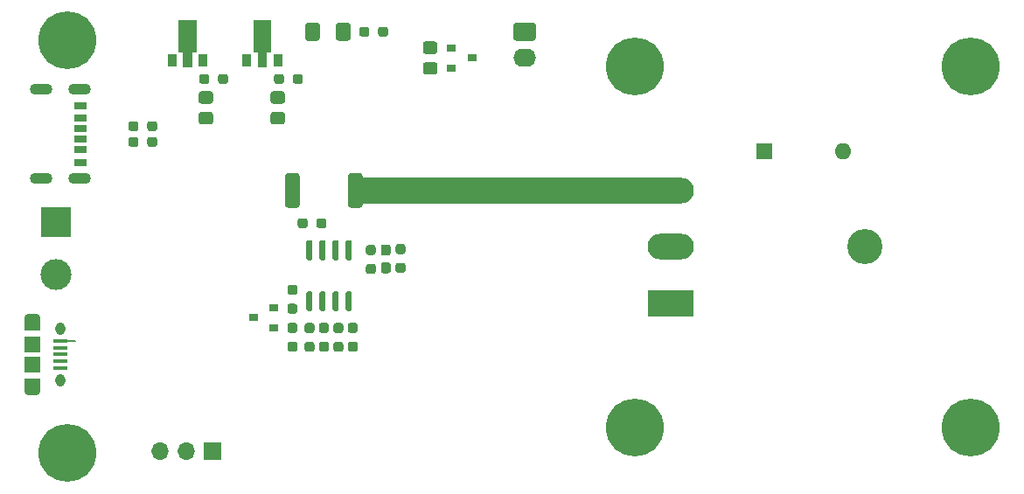
<source format=gbr>
%TF.GenerationSoftware,KiCad,Pcbnew,(5.1.9)-1*%
%TF.CreationDate,2021-04-23T16:32:12+08:00*%
%TF.ProjectId,DC-Load-Analog,44432d4c-6f61-4642-9d41-6e616c6f672e,rev?*%
%TF.SameCoordinates,Original*%
%TF.FileFunction,Soldermask,Top*%
%TF.FilePolarity,Negative*%
%FSLAX46Y46*%
G04 Gerber Fmt 4.6, Leading zero omitted, Abs format (unit mm)*
G04 Created by KiCad (PCBNEW (5.1.9)-1) date 2021-04-23 16:32:12*
%MOMM*%
%LPD*%
G01*
G04 APERTURE LIST*
%ADD10C,2.540000*%
%ADD11C,0.190500*%
%ADD12C,5.600000*%
%ADD13O,4.500000X2.500000*%
%ADD14R,4.500000X2.500000*%
%ADD15O,3.400000X3.400000*%
%ADD16C,0.100000*%
%ADD17R,0.900000X1.300000*%
%ADD18R,0.900000X0.800000*%
%ADD19O,1.600000X1.600000*%
%ADD20R,1.600000X1.600000*%
%ADD21O,1.700000X1.700000*%
%ADD22R,1.700000X1.700000*%
%ADD23C,3.000000*%
%ADD24R,3.000000X3.000000*%
%ADD25O,1.550000X0.890000*%
%ADD26R,1.550000X1.200000*%
%ADD27R,1.550000X1.500000*%
%ADD28O,0.950000X1.250000*%
%ADD29R,1.350000X0.400000*%
%ADD30O,2.200000X1.100000*%
%ADD31R,1.200000X0.700000*%
%ADD32R,1.200000X0.760000*%
%ADD33R,1.200000X0.800000*%
%ADD34O,2.190000X1.740000*%
G04 APERTURE END LIST*
D10*
X182626000Y-74549000D02*
X153670000Y-74549000D01*
D11*
X124333000Y-89128600D02*
X125806200Y-89128600D01*
%TO.C,R6*%
G36*
G01*
X148225500Y-89198000D02*
X148700500Y-89198000D01*
G75*
G02*
X148938000Y-89435500I0J-237500D01*
G01*
X148938000Y-89935500D01*
G75*
G02*
X148700500Y-90173000I-237500J0D01*
G01*
X148225500Y-90173000D01*
G75*
G02*
X147988000Y-89935500I0J237500D01*
G01*
X147988000Y-89435500D01*
G75*
G02*
X148225500Y-89198000I237500J0D01*
G01*
G37*
G36*
G01*
X148225500Y-87373000D02*
X148700500Y-87373000D01*
G75*
G02*
X148938000Y-87610500I0J-237500D01*
G01*
X148938000Y-88110500D01*
G75*
G02*
X148700500Y-88348000I-237500J0D01*
G01*
X148225500Y-88348000D01*
G75*
G02*
X147988000Y-88110500I0J237500D01*
G01*
X147988000Y-87610500D01*
G75*
G02*
X148225500Y-87373000I237500J0D01*
G01*
G37*
%TD*%
%TO.C,R1*%
G36*
G01*
X138880001Y-66148000D02*
X137979999Y-66148000D01*
G75*
G02*
X137730000Y-65898001I0J249999D01*
G01*
X137730000Y-65197999D01*
G75*
G02*
X137979999Y-64948000I249999J0D01*
G01*
X138880001Y-64948000D01*
G75*
G02*
X139130000Y-65197999I0J-249999D01*
G01*
X139130000Y-65898001D01*
G75*
G02*
X138880001Y-66148000I-249999J0D01*
G01*
G37*
G36*
G01*
X138880001Y-68148000D02*
X137979999Y-68148000D01*
G75*
G02*
X137730000Y-67898001I0J249999D01*
G01*
X137730000Y-67197999D01*
G75*
G02*
X137979999Y-66948000I249999J0D01*
G01*
X138880001Y-66948000D01*
G75*
G02*
X139130000Y-67197999I0J-249999D01*
G01*
X139130000Y-67898001D01*
G75*
G02*
X138880001Y-68148000I-249999J0D01*
G01*
G37*
%TD*%
D12*
%TO.C,H6*%
X180000000Y-97500000D03*
%TD*%
%TO.C,H5*%
X180000000Y-62500000D03*
%TD*%
%TO.C,H4*%
X212500000Y-97500000D03*
%TD*%
%TO.C,H3*%
X125000000Y-60000000D03*
%TD*%
%TO.C,H2*%
X212500000Y-62500000D03*
%TD*%
%TO.C,H1*%
X125000000Y-100000000D03*
%TD*%
D13*
%TO.C,Q2*%
X183450000Y-74550000D03*
X183450000Y-80000000D03*
D14*
X183450000Y-85450000D03*
D15*
X202250000Y-80000000D03*
%TD*%
D16*
%TO.C,U4*%
G36*
X144757500Y-58025000D02*
G01*
X144757500Y-61150000D01*
X144341000Y-61150000D01*
X144341000Y-62625000D01*
X143441000Y-62625000D01*
X143441000Y-61150000D01*
X143024500Y-61150000D01*
X143024500Y-58025000D01*
X144757500Y-58025000D01*
G37*
D17*
X145391000Y-61975000D03*
X142391000Y-61975000D03*
%TD*%
D16*
%TO.C,U3*%
G36*
X137518500Y-58025000D02*
G01*
X137518500Y-61150000D01*
X137102000Y-61150000D01*
X137102000Y-62625000D01*
X136202000Y-62625000D01*
X136202000Y-61150000D01*
X135785500Y-61150000D01*
X135785500Y-58025000D01*
X137518500Y-58025000D01*
G37*
D17*
X138152000Y-61975000D03*
X135152000Y-61975000D03*
%TD*%
D18*
%TO.C,U2*%
X143018000Y-86868000D03*
X145018000Y-85918000D03*
X145018000Y-87818000D03*
%TD*%
%TO.C,U1*%
G36*
G01*
X152123000Y-84304000D02*
X152423000Y-84304000D01*
G75*
G02*
X152573000Y-84454000I0J-150000D01*
G01*
X152573000Y-86104000D01*
G75*
G02*
X152423000Y-86254000I-150000J0D01*
G01*
X152123000Y-86254000D01*
G75*
G02*
X151973000Y-86104000I0J150000D01*
G01*
X151973000Y-84454000D01*
G75*
G02*
X152123000Y-84304000I150000J0D01*
G01*
G37*
G36*
G01*
X150853000Y-84304000D02*
X151153000Y-84304000D01*
G75*
G02*
X151303000Y-84454000I0J-150000D01*
G01*
X151303000Y-86104000D01*
G75*
G02*
X151153000Y-86254000I-150000J0D01*
G01*
X150853000Y-86254000D01*
G75*
G02*
X150703000Y-86104000I0J150000D01*
G01*
X150703000Y-84454000D01*
G75*
G02*
X150853000Y-84304000I150000J0D01*
G01*
G37*
G36*
G01*
X149583000Y-84304000D02*
X149883000Y-84304000D01*
G75*
G02*
X150033000Y-84454000I0J-150000D01*
G01*
X150033000Y-86104000D01*
G75*
G02*
X149883000Y-86254000I-150000J0D01*
G01*
X149583000Y-86254000D01*
G75*
G02*
X149433000Y-86104000I0J150000D01*
G01*
X149433000Y-84454000D01*
G75*
G02*
X149583000Y-84304000I150000J0D01*
G01*
G37*
G36*
G01*
X148313000Y-84304000D02*
X148613000Y-84304000D01*
G75*
G02*
X148763000Y-84454000I0J-150000D01*
G01*
X148763000Y-86104000D01*
G75*
G02*
X148613000Y-86254000I-150000J0D01*
G01*
X148313000Y-86254000D01*
G75*
G02*
X148163000Y-86104000I0J150000D01*
G01*
X148163000Y-84454000D01*
G75*
G02*
X148313000Y-84304000I150000J0D01*
G01*
G37*
G36*
G01*
X148313000Y-79354000D02*
X148613000Y-79354000D01*
G75*
G02*
X148763000Y-79504000I0J-150000D01*
G01*
X148763000Y-81154000D01*
G75*
G02*
X148613000Y-81304000I-150000J0D01*
G01*
X148313000Y-81304000D01*
G75*
G02*
X148163000Y-81154000I0J150000D01*
G01*
X148163000Y-79504000D01*
G75*
G02*
X148313000Y-79354000I150000J0D01*
G01*
G37*
G36*
G01*
X149583000Y-79354000D02*
X149883000Y-79354000D01*
G75*
G02*
X150033000Y-79504000I0J-150000D01*
G01*
X150033000Y-81154000D01*
G75*
G02*
X149883000Y-81304000I-150000J0D01*
G01*
X149583000Y-81304000D01*
G75*
G02*
X149433000Y-81154000I0J150000D01*
G01*
X149433000Y-79504000D01*
G75*
G02*
X149583000Y-79354000I150000J0D01*
G01*
G37*
G36*
G01*
X150853000Y-79354000D02*
X151153000Y-79354000D01*
G75*
G02*
X151303000Y-79504000I0J-150000D01*
G01*
X151303000Y-81154000D01*
G75*
G02*
X151153000Y-81304000I-150000J0D01*
G01*
X150853000Y-81304000D01*
G75*
G02*
X150703000Y-81154000I0J150000D01*
G01*
X150703000Y-79504000D01*
G75*
G02*
X150853000Y-79354000I150000J0D01*
G01*
G37*
G36*
G01*
X152123000Y-79354000D02*
X152423000Y-79354000D01*
G75*
G02*
X152573000Y-79504000I0J-150000D01*
G01*
X152573000Y-81154000D01*
G75*
G02*
X152423000Y-81304000I-150000J0D01*
G01*
X152123000Y-81304000D01*
G75*
G02*
X151973000Y-81154000I0J150000D01*
G01*
X151973000Y-79504000D01*
G75*
G02*
X152123000Y-79354000I150000J0D01*
G01*
G37*
%TD*%
D19*
%TO.C,TH1*%
X200152000Y-70739000D03*
D20*
X192532000Y-70739000D03*
%TD*%
D21*
%TO.C,RV1*%
X133985000Y-99822000D03*
X136525000Y-99822000D03*
D22*
X139065000Y-99822000D03*
%TD*%
%TO.C,R14*%
G36*
G01*
X131909000Y-69612500D02*
X131909000Y-70087500D01*
G75*
G02*
X131671500Y-70325000I-237500J0D01*
G01*
X131171500Y-70325000D01*
G75*
G02*
X130934000Y-70087500I0J237500D01*
G01*
X130934000Y-69612500D01*
G75*
G02*
X131171500Y-69375000I237500J0D01*
G01*
X131671500Y-69375000D01*
G75*
G02*
X131909000Y-69612500I0J-237500D01*
G01*
G37*
G36*
G01*
X133734000Y-69612500D02*
X133734000Y-70087500D01*
G75*
G02*
X133496500Y-70325000I-237500J0D01*
G01*
X132996500Y-70325000D01*
G75*
G02*
X132759000Y-70087500I0J237500D01*
G01*
X132759000Y-69612500D01*
G75*
G02*
X132996500Y-69375000I237500J0D01*
G01*
X133496500Y-69375000D01*
G75*
G02*
X133734000Y-69612500I0J-237500D01*
G01*
G37*
%TD*%
%TO.C,R13*%
G36*
G01*
X131909000Y-68088500D02*
X131909000Y-68563500D01*
G75*
G02*
X131671500Y-68801000I-237500J0D01*
G01*
X131171500Y-68801000D01*
G75*
G02*
X130934000Y-68563500I0J237500D01*
G01*
X130934000Y-68088500D01*
G75*
G02*
X131171500Y-67851000I237500J0D01*
G01*
X131671500Y-67851000D01*
G75*
G02*
X131909000Y-68088500I0J-237500D01*
G01*
G37*
G36*
G01*
X133734000Y-68088500D02*
X133734000Y-68563500D01*
G75*
G02*
X133496500Y-68801000I-237500J0D01*
G01*
X132996500Y-68801000D01*
G75*
G02*
X132759000Y-68563500I0J237500D01*
G01*
X132759000Y-68088500D01*
G75*
G02*
X132996500Y-67851000I237500J0D01*
G01*
X133496500Y-67851000D01*
G75*
G02*
X133734000Y-68088500I0J-237500D01*
G01*
G37*
%TD*%
%TO.C,R12*%
G36*
G01*
X159696999Y-62122000D02*
X160597001Y-62122000D01*
G75*
G02*
X160847000Y-62371999I0J-249999D01*
G01*
X160847000Y-63072001D01*
G75*
G02*
X160597001Y-63322000I-249999J0D01*
G01*
X159696999Y-63322000D01*
G75*
G02*
X159447000Y-63072001I0J249999D01*
G01*
X159447000Y-62371999D01*
G75*
G02*
X159696999Y-62122000I249999J0D01*
G01*
G37*
G36*
G01*
X159696999Y-60122000D02*
X160597001Y-60122000D01*
G75*
G02*
X160847000Y-60371999I0J-249999D01*
G01*
X160847000Y-61072001D01*
G75*
G02*
X160597001Y-61322000I-249999J0D01*
G01*
X159696999Y-61322000D01*
G75*
G02*
X159447000Y-61072001I0J249999D01*
G01*
X159447000Y-60371999D01*
G75*
G02*
X159696999Y-60122000I249999J0D01*
G01*
G37*
%TD*%
%TO.C,R11*%
G36*
G01*
X154261000Y-58944500D02*
X154261000Y-59419500D01*
G75*
G02*
X154023500Y-59657000I-237500J0D01*
G01*
X153523500Y-59657000D01*
G75*
G02*
X153286000Y-59419500I0J237500D01*
G01*
X153286000Y-58944500D01*
G75*
G02*
X153523500Y-58707000I237500J0D01*
G01*
X154023500Y-58707000D01*
G75*
G02*
X154261000Y-58944500I0J-237500D01*
G01*
G37*
G36*
G01*
X156086000Y-58944500D02*
X156086000Y-59419500D01*
G75*
G02*
X155848500Y-59657000I-237500J0D01*
G01*
X155348500Y-59657000D01*
G75*
G02*
X155111000Y-59419500I0J237500D01*
G01*
X155111000Y-58944500D01*
G75*
G02*
X155348500Y-58707000I237500J0D01*
G01*
X155848500Y-58707000D01*
G75*
G02*
X156086000Y-58944500I0J-237500D01*
G01*
G37*
%TD*%
%TO.C,R10*%
G36*
G01*
X152210000Y-75974001D02*
X152210000Y-73123999D01*
G75*
G02*
X152459999Y-72874000I249999J0D01*
G01*
X153360001Y-72874000D01*
G75*
G02*
X153610000Y-73123999I0J-249999D01*
G01*
X153610000Y-75974001D01*
G75*
G02*
X153360001Y-76224000I-249999J0D01*
G01*
X152459999Y-76224000D01*
G75*
G02*
X152210000Y-75974001I0J249999D01*
G01*
G37*
G36*
G01*
X146110000Y-75974001D02*
X146110000Y-73123999D01*
G75*
G02*
X146359999Y-72874000I249999J0D01*
G01*
X147260001Y-72874000D01*
G75*
G02*
X147510000Y-73123999I0J-249999D01*
G01*
X147510000Y-75974001D01*
G75*
G02*
X147260001Y-76224000I-249999J0D01*
G01*
X146359999Y-76224000D01*
G75*
G02*
X146110000Y-75974001I0J249999D01*
G01*
G37*
%TD*%
%TO.C,R9*%
G36*
G01*
X154644100Y-80804200D02*
X154169100Y-80804200D01*
G75*
G02*
X153931600Y-80566700I0J237500D01*
G01*
X153931600Y-80066700D01*
G75*
G02*
X154169100Y-79829200I237500J0D01*
G01*
X154644100Y-79829200D01*
G75*
G02*
X154881600Y-80066700I0J-237500D01*
G01*
X154881600Y-80566700D01*
G75*
G02*
X154644100Y-80804200I-237500J0D01*
G01*
G37*
G36*
G01*
X154644100Y-82629200D02*
X154169100Y-82629200D01*
G75*
G02*
X153931600Y-82391700I0J237500D01*
G01*
X153931600Y-81891700D01*
G75*
G02*
X154169100Y-81654200I237500J0D01*
G01*
X154644100Y-81654200D01*
G75*
G02*
X154881600Y-81891700I0J-237500D01*
G01*
X154881600Y-82391700D01*
G75*
G02*
X154644100Y-82629200I-237500J0D01*
G01*
G37*
%TD*%
%TO.C,R8*%
G36*
G01*
X157514300Y-80702600D02*
X157039300Y-80702600D01*
G75*
G02*
X156801800Y-80465100I0J237500D01*
G01*
X156801800Y-79965100D01*
G75*
G02*
X157039300Y-79727600I237500J0D01*
G01*
X157514300Y-79727600D01*
G75*
G02*
X157751800Y-79965100I0J-237500D01*
G01*
X157751800Y-80465100D01*
G75*
G02*
X157514300Y-80702600I-237500J0D01*
G01*
G37*
G36*
G01*
X157514300Y-82527600D02*
X157039300Y-82527600D01*
G75*
G02*
X156801800Y-82290100I0J237500D01*
G01*
X156801800Y-81790100D01*
G75*
G02*
X157039300Y-81552600I237500J0D01*
G01*
X157514300Y-81552600D01*
G75*
G02*
X157751800Y-81790100I0J-237500D01*
G01*
X157751800Y-82290100D01*
G75*
G02*
X157514300Y-82527600I-237500J0D01*
G01*
G37*
%TD*%
%TO.C,R7*%
G36*
G01*
X147049500Y-88348000D02*
X146574500Y-88348000D01*
G75*
G02*
X146337000Y-88110500I0J237500D01*
G01*
X146337000Y-87610500D01*
G75*
G02*
X146574500Y-87373000I237500J0D01*
G01*
X147049500Y-87373000D01*
G75*
G02*
X147287000Y-87610500I0J-237500D01*
G01*
X147287000Y-88110500D01*
G75*
G02*
X147049500Y-88348000I-237500J0D01*
G01*
G37*
G36*
G01*
X147049500Y-90173000D02*
X146574500Y-90173000D01*
G75*
G02*
X146337000Y-89935500I0J237500D01*
G01*
X146337000Y-89435500D01*
G75*
G02*
X146574500Y-89198000I237500J0D01*
G01*
X147049500Y-89198000D01*
G75*
G02*
X147287000Y-89435500I0J-237500D01*
G01*
X147287000Y-89935500D01*
G75*
G02*
X147049500Y-90173000I-237500J0D01*
G01*
G37*
%TD*%
%TO.C,R5*%
G36*
G01*
X151019500Y-89198000D02*
X151494500Y-89198000D01*
G75*
G02*
X151732000Y-89435500I0J-237500D01*
G01*
X151732000Y-89935500D01*
G75*
G02*
X151494500Y-90173000I-237500J0D01*
G01*
X151019500Y-90173000D01*
G75*
G02*
X150782000Y-89935500I0J237500D01*
G01*
X150782000Y-89435500D01*
G75*
G02*
X151019500Y-89198000I237500J0D01*
G01*
G37*
G36*
G01*
X151019500Y-87373000D02*
X151494500Y-87373000D01*
G75*
G02*
X151732000Y-87610500I0J-237500D01*
G01*
X151732000Y-88110500D01*
G75*
G02*
X151494500Y-88348000I-237500J0D01*
G01*
X151019500Y-88348000D01*
G75*
G02*
X150782000Y-88110500I0J237500D01*
G01*
X150782000Y-87610500D01*
G75*
G02*
X151019500Y-87373000I237500J0D01*
G01*
G37*
%TD*%
%TO.C,R4*%
G36*
G01*
X149622500Y-89198000D02*
X150097500Y-89198000D01*
G75*
G02*
X150335000Y-89435500I0J-237500D01*
G01*
X150335000Y-89935500D01*
G75*
G02*
X150097500Y-90173000I-237500J0D01*
G01*
X149622500Y-90173000D01*
G75*
G02*
X149385000Y-89935500I0J237500D01*
G01*
X149385000Y-89435500D01*
G75*
G02*
X149622500Y-89198000I237500J0D01*
G01*
G37*
G36*
G01*
X149622500Y-87373000D02*
X150097500Y-87373000D01*
G75*
G02*
X150335000Y-87610500I0J-237500D01*
G01*
X150335000Y-88110500D01*
G75*
G02*
X150097500Y-88348000I-237500J0D01*
G01*
X149622500Y-88348000D01*
G75*
G02*
X149385000Y-88110500I0J237500D01*
G01*
X149385000Y-87610500D01*
G75*
G02*
X149622500Y-87373000I237500J0D01*
G01*
G37*
%TD*%
%TO.C,R3*%
G36*
G01*
X147049500Y-84665000D02*
X146574500Y-84665000D01*
G75*
G02*
X146337000Y-84427500I0J237500D01*
G01*
X146337000Y-83927500D01*
G75*
G02*
X146574500Y-83690000I237500J0D01*
G01*
X147049500Y-83690000D01*
G75*
G02*
X147287000Y-83927500I0J-237500D01*
G01*
X147287000Y-84427500D01*
G75*
G02*
X147049500Y-84665000I-237500J0D01*
G01*
G37*
G36*
G01*
X147049500Y-86490000D02*
X146574500Y-86490000D01*
G75*
G02*
X146337000Y-86252500I0J237500D01*
G01*
X146337000Y-85752500D01*
G75*
G02*
X146574500Y-85515000I237500J0D01*
G01*
X147049500Y-85515000D01*
G75*
G02*
X147287000Y-85752500I0J-237500D01*
G01*
X147287000Y-86252500D01*
G75*
G02*
X147049500Y-86490000I-237500J0D01*
G01*
G37*
%TD*%
%TO.C,R2*%
G36*
G01*
X145839601Y-66148000D02*
X144939599Y-66148000D01*
G75*
G02*
X144689600Y-65898001I0J249999D01*
G01*
X144689600Y-65197999D01*
G75*
G02*
X144939599Y-64948000I249999J0D01*
G01*
X145839601Y-64948000D01*
G75*
G02*
X146089600Y-65197999I0J-249999D01*
G01*
X146089600Y-65898001D01*
G75*
G02*
X145839601Y-66148000I-249999J0D01*
G01*
G37*
G36*
G01*
X145839601Y-68148000D02*
X144939599Y-68148000D01*
G75*
G02*
X144689600Y-67898001I0J249999D01*
G01*
X144689600Y-67197999D01*
G75*
G02*
X144939599Y-66948000I249999J0D01*
G01*
X145839601Y-66948000D01*
G75*
G02*
X146089600Y-67197999I0J-249999D01*
G01*
X146089600Y-67898001D01*
G75*
G02*
X145839601Y-68148000I-249999J0D01*
G01*
G37*
%TD*%
D18*
%TO.C,Q1*%
X164195000Y-61722000D03*
X162195000Y-62672000D03*
X162195000Y-60772000D03*
%TD*%
D23*
%TO.C,J4*%
X123952000Y-82677000D03*
D24*
X123952000Y-77597000D03*
%TD*%
D25*
%TO.C,J3*%
X121636000Y-93924000D03*
X121636000Y-86924000D03*
D26*
X121636000Y-93324000D03*
X121636000Y-87524000D03*
D27*
X121636000Y-91424000D03*
X121636000Y-89424000D03*
D28*
X124336000Y-92924000D03*
X124336000Y-87924000D03*
D29*
X124336000Y-91724000D03*
X124336000Y-91074000D03*
X124336000Y-90424000D03*
X124336000Y-89774000D03*
X124336000Y-89124000D03*
%TD*%
D30*
%TO.C,J2*%
X122438000Y-73408000D03*
X122438000Y-64768000D03*
X126238000Y-73408000D03*
X126238000Y-64768000D03*
D31*
X126318000Y-69588000D03*
X126318000Y-68588000D03*
D32*
X126318000Y-70608000D03*
X126318000Y-67568000D03*
D33*
X126318000Y-71838000D03*
X126318000Y-66338000D03*
%TD*%
D34*
%TO.C,J1*%
X169291000Y-61722000D03*
G36*
G01*
X168445999Y-58312000D02*
X170136001Y-58312000D01*
G75*
G02*
X170386000Y-58561999I0J-249999D01*
G01*
X170386000Y-59802001D01*
G75*
G02*
X170136001Y-60052000I-249999J0D01*
G01*
X168445999Y-60052000D01*
G75*
G02*
X168196000Y-59802001I0J249999D01*
G01*
X168196000Y-58561999D01*
G75*
G02*
X168445999Y-58312000I249999J0D01*
G01*
G37*
%TD*%
%TO.C,D1*%
G36*
G01*
X151015999Y-59807000D02*
X151015999Y-58557000D01*
G75*
G02*
X151265999Y-58307000I250000J0D01*
G01*
X152190999Y-58307000D01*
G75*
G02*
X152440999Y-58557000I0J-250000D01*
G01*
X152440999Y-59807000D01*
G75*
G02*
X152190999Y-60057000I-250000J0D01*
G01*
X151265999Y-60057000D01*
G75*
G02*
X151015999Y-59807000I0J250000D01*
G01*
G37*
G36*
G01*
X148040999Y-59807000D02*
X148040999Y-58557000D01*
G75*
G02*
X148290999Y-58307000I250000J0D01*
G01*
X149215999Y-58307000D01*
G75*
G02*
X149465999Y-58557000I0J-250000D01*
G01*
X149465999Y-59807000D01*
G75*
G02*
X149215999Y-60057000I-250000J0D01*
G01*
X148290999Y-60057000D01*
G75*
G02*
X148040999Y-59807000I0J250000D01*
G01*
G37*
%TD*%
%TO.C,C7*%
G36*
G01*
X152416500Y-89198000D02*
X152891500Y-89198000D01*
G75*
G02*
X153129000Y-89435500I0J-237500D01*
G01*
X153129000Y-89935500D01*
G75*
G02*
X152891500Y-90173000I-237500J0D01*
G01*
X152416500Y-90173000D01*
G75*
G02*
X152179000Y-89935500I0J237500D01*
G01*
X152179000Y-89435500D01*
G75*
G02*
X152416500Y-89198000I237500J0D01*
G01*
G37*
G36*
G01*
X152416500Y-87373000D02*
X152891500Y-87373000D01*
G75*
G02*
X153129000Y-87610500I0J-237500D01*
G01*
X153129000Y-88110500D01*
G75*
G02*
X152891500Y-88348000I-237500J0D01*
G01*
X152416500Y-88348000D01*
G75*
G02*
X152179000Y-88110500I0J237500D01*
G01*
X152179000Y-87610500D01*
G75*
G02*
X152416500Y-87373000I237500J0D01*
G01*
G37*
%TD*%
%TO.C,C6*%
G36*
G01*
X155616900Y-81503400D02*
X156091900Y-81503400D01*
G75*
G02*
X156329400Y-81740900I0J-237500D01*
G01*
X156329400Y-82340900D01*
G75*
G02*
X156091900Y-82578400I-237500J0D01*
G01*
X155616900Y-82578400D01*
G75*
G02*
X155379400Y-82340900I0J237500D01*
G01*
X155379400Y-81740900D01*
G75*
G02*
X155616900Y-81503400I237500J0D01*
G01*
G37*
G36*
G01*
X155616900Y-79778400D02*
X156091900Y-79778400D01*
G75*
G02*
X156329400Y-80015900I0J-237500D01*
G01*
X156329400Y-80615900D01*
G75*
G02*
X156091900Y-80853400I-237500J0D01*
G01*
X155616900Y-80853400D01*
G75*
G02*
X155379400Y-80615900I0J237500D01*
G01*
X155379400Y-80015900D01*
G75*
G02*
X155616900Y-79778400I237500J0D01*
G01*
G37*
%TD*%
%TO.C,C5*%
G36*
G01*
X148292000Y-77486500D02*
X148292000Y-77961500D01*
G75*
G02*
X148054500Y-78199000I-237500J0D01*
G01*
X147554500Y-78199000D01*
G75*
G02*
X147317000Y-77961500I0J237500D01*
G01*
X147317000Y-77486500D01*
G75*
G02*
X147554500Y-77249000I237500J0D01*
G01*
X148054500Y-77249000D01*
G75*
G02*
X148292000Y-77486500I0J-237500D01*
G01*
G37*
G36*
G01*
X150117000Y-77486500D02*
X150117000Y-77961500D01*
G75*
G02*
X149879500Y-78199000I-237500J0D01*
G01*
X149379500Y-78199000D01*
G75*
G02*
X149142000Y-77961500I0J237500D01*
G01*
X149142000Y-77486500D01*
G75*
G02*
X149379500Y-77249000I237500J0D01*
G01*
X149879500Y-77249000D01*
G75*
G02*
X150117000Y-77486500I0J-237500D01*
G01*
G37*
%TD*%
%TO.C,C4*%
G36*
G01*
X146856000Y-63991500D02*
X146856000Y-63516500D01*
G75*
G02*
X147093500Y-63279000I237500J0D01*
G01*
X147593500Y-63279000D01*
G75*
G02*
X147831000Y-63516500I0J-237500D01*
G01*
X147831000Y-63991500D01*
G75*
G02*
X147593500Y-64229000I-237500J0D01*
G01*
X147093500Y-64229000D01*
G75*
G02*
X146856000Y-63991500I0J237500D01*
G01*
G37*
G36*
G01*
X145031000Y-63991500D02*
X145031000Y-63516500D01*
G75*
G02*
X145268500Y-63279000I237500J0D01*
G01*
X145768500Y-63279000D01*
G75*
G02*
X146006000Y-63516500I0J-237500D01*
G01*
X146006000Y-63991500D01*
G75*
G02*
X145768500Y-64229000I-237500J0D01*
G01*
X145268500Y-64229000D01*
G75*
G02*
X145031000Y-63991500I0J237500D01*
G01*
G37*
%TD*%
%TO.C,C2*%
G36*
G01*
X139617000Y-63991500D02*
X139617000Y-63516500D01*
G75*
G02*
X139854500Y-63279000I237500J0D01*
G01*
X140354500Y-63279000D01*
G75*
G02*
X140592000Y-63516500I0J-237500D01*
G01*
X140592000Y-63991500D01*
G75*
G02*
X140354500Y-64229000I-237500J0D01*
G01*
X139854500Y-64229000D01*
G75*
G02*
X139617000Y-63991500I0J237500D01*
G01*
G37*
G36*
G01*
X137792000Y-63991500D02*
X137792000Y-63516500D01*
G75*
G02*
X138029500Y-63279000I237500J0D01*
G01*
X138529500Y-63279000D01*
G75*
G02*
X138767000Y-63516500I0J-237500D01*
G01*
X138767000Y-63991500D01*
G75*
G02*
X138529500Y-64229000I-237500J0D01*
G01*
X138029500Y-64229000D01*
G75*
G02*
X137792000Y-63991500I0J237500D01*
G01*
G37*
%TD*%
M02*

</source>
